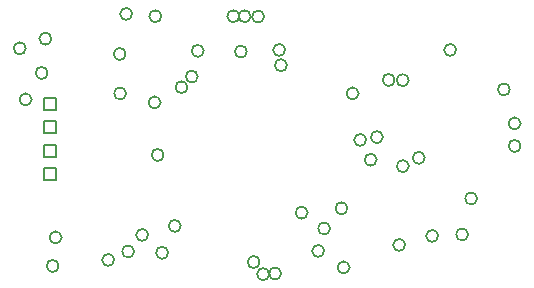
<source format=gbr>
G04*
G04 #@! TF.GenerationSoftware,Altium Limited,Altium Designer,23.0.1 (38)*
G04*
G04 Layer_Color=2752767*
%FSLAX25Y25*%
%MOIN*%
G70*
G04*
G04 #@! TF.SameCoordinates,8F8842E6-A163-4070-9E61-B2F925759E80*
G04*
G04*
G04 #@! TF.FilePolarity,Positive*
G04*
G01*
G75*
%ADD13C,0.00500*%
%ADD76C,0.00667*%
D13*
X320000Y236000D02*
Y240000D01*
X324000D01*
Y236000D01*
X320000D01*
Y243874D02*
Y247874D01*
X324000D01*
Y243874D01*
X320000D01*
Y251748D02*
Y255748D01*
X324000D01*
Y251748D01*
X320000D01*
Y259622D02*
Y263622D01*
X324000D01*
Y259622D01*
X320000D01*
D76*
X392000Y208800D02*
G03*
X392000Y208800I-2000J0D01*
G01*
X393500Y290623D02*
G03*
X393500Y290623I-2000J0D01*
G01*
X367955Y267084D02*
G03*
X367955Y267084I-2000J0D01*
G01*
X371368Y270637D02*
G03*
X371368Y270637I-2000J0D01*
G01*
X395150Y204768D02*
G03*
X395150Y204768I-2000J0D01*
G01*
X325000Y207500D02*
G03*
X325000Y207500I-2000J0D01*
G01*
X422000Y207000D02*
G03*
X422000Y207000I-2000J0D01*
G01*
X321337Y271837D02*
G03*
X321337Y271837I-2000J0D01*
G01*
X322593Y283260D02*
G03*
X322593Y283260I-2000J0D01*
G01*
X400500Y279500D02*
G03*
X400500Y279500I-2000J0D01*
G01*
X401102Y274398D02*
G03*
X401102Y274398I-2000J0D01*
G01*
X360000Y244500D02*
G03*
X360000Y244500I-2000J0D01*
G01*
X354835Y217835D02*
G03*
X354835Y217835I-2000J0D01*
G01*
X425000Y265000D02*
G03*
X425000Y265000I-2000J0D01*
G01*
X457500Y279500D02*
G03*
X457500Y279500I-2000J0D01*
G01*
X441740Y240760D02*
G03*
X441740Y240760I-2000J0D01*
G01*
X433093Y250448D02*
G03*
X433093Y250448I-2000J0D01*
G01*
X431000Y242900D02*
G03*
X431000Y242900I-2000J0D01*
G01*
X373349Y279207D02*
G03*
X373349Y279207I-2000J0D01*
G01*
X387730Y278945D02*
G03*
X387730Y278945I-2000J0D01*
G01*
X359000Y262000D02*
G03*
X359000Y262000I-2000J0D01*
G01*
X347500Y265000D02*
G03*
X347500Y265000I-2000J0D01*
G01*
X359250Y290750D02*
G03*
X359250Y290750I-2000J0D01*
G01*
X408000Y225251D02*
G03*
X408000Y225251I-2000J0D01*
G01*
X361487Y211885D02*
G03*
X361487Y211885I-2000J0D01*
G01*
X399176Y204969D02*
G03*
X399176Y204969I-2000J0D01*
G01*
X415500Y220000D02*
G03*
X415500Y220000I-2000J0D01*
G01*
X413500Y212500D02*
G03*
X413500Y212500I-2000J0D01*
G01*
X365704Y220850D02*
G03*
X365704Y220850I-2000J0D01*
G01*
X326000Y217000D02*
G03*
X326000Y217000I-2000J0D01*
G01*
X421273Y226727D02*
G03*
X421273Y226727I-2000J0D01*
G01*
X350167Y212333D02*
G03*
X350167Y212333I-2000J0D01*
G01*
X427500Y249500D02*
G03*
X427500Y249500I-2000J0D01*
G01*
X437000Y269500D02*
G03*
X437000Y269500I-2000J0D01*
G01*
X349500Y291500D02*
G03*
X349500Y291500I-2000J0D01*
G01*
X441700Y269409D02*
G03*
X441700Y269409I-2000J0D01*
G01*
X447047Y243547D02*
G03*
X447047Y243547I-2000J0D01*
G01*
X316000Y263000D02*
G03*
X316000Y263000I-2000J0D01*
G01*
X440500Y214500D02*
G03*
X440500Y214500I-2000J0D01*
G01*
X389000Y290750D02*
G03*
X389000Y290750I-2000J0D01*
G01*
X385250D02*
G03*
X385250Y290750I-2000J0D01*
G01*
X314039Y280039D02*
G03*
X314039Y280039I-2000J0D01*
G01*
X343500Y209500D02*
G03*
X343500Y209500I-2000J0D01*
G01*
X479000Y255000D02*
G03*
X479000Y255000I-2000J0D01*
G01*
X475404Y266325D02*
G03*
X475404Y266325I-2000J0D01*
G01*
X347354Y278146D02*
G03*
X347354Y278146I-2000J0D01*
G01*
X479000Y247500D02*
G03*
X479000Y247500I-2000J0D01*
G01*
X461500Y218000D02*
G03*
X461500Y218000I-2000J0D01*
G01*
X451500Y217500D02*
G03*
X451500Y217500I-2000J0D01*
G01*
X464500Y230000D02*
G03*
X464500Y230000I-2000J0D01*
G01*
M02*

</source>
